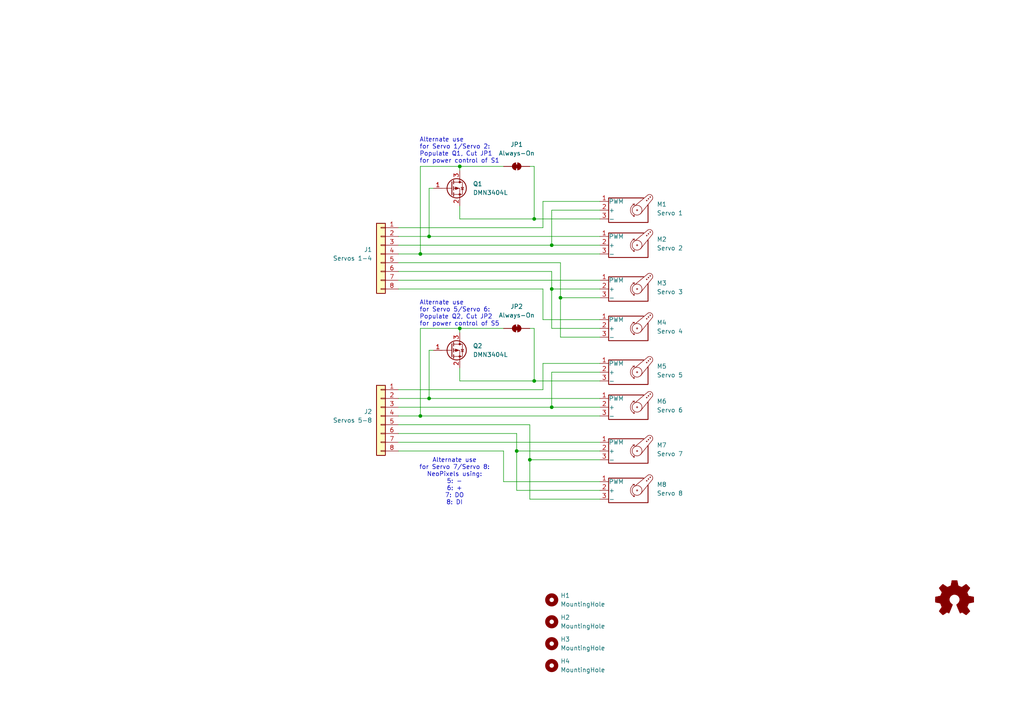
<source format=kicad_sch>
(kicad_sch (version 20250114) (generator "eeschema") (generator_version "9.0")
  (paper "A4")
  (title_block (title "Animatronics - Servo Breakout (ANI-SBO)") (date "2025-12-31") (rev "1.1") (comment 2 "Sparky Bobo Designs") (comment 3 "https://creativecommons.org/licenses/by-sa/4.0/") (comment 4 "Released under the Creative Commons Attribution Share-Alike 4.0 License"))
  (lib_symbols
    (symbol "Connector_Generic:Conn_01x08" (pin_names (offset 1.016) (hide yes))
      (property "Reference" "J" (at 0 10.16 0))
      (property "Value" "Conn_01x08" (at 0 -12.7 0))
      (symbol "Conn_01x08_1_1"
        (rectangle (start -1.27 8.89) (end 1.27 -11.43) (stroke (width 0.254)) (fill (type background)))
        (rectangle (start -1.27 7.747) (end 0 7.493) (stroke (width 0.1524)))
        (rectangle (start -1.27 5.207) (end 0 4.953) (stroke (width 0.1524)))
        (rectangle (start -1.27 2.667) (end 0 2.413) (stroke (width 0.1524)))
        (rectangle (start -1.27 0.127) (end 0 -0.127) (stroke (width 0.1524)))
        (rectangle (start -1.27 -2.413) (end 0 -2.667) (stroke (width 0.1524)))
        (rectangle (start -1.27 -4.953) (end 0 -5.207) (stroke (width 0.1524)))
        (rectangle (start -1.27 -7.493) (end 0 -7.747) (stroke (width 0.1524)))
        (rectangle (start -1.27 -10.033) (end 0 -10.287) (stroke (width 0.1524)))
        (pin passive line (at -5.08 7.62 0) (length 3.81) (name "Pin_1") (number "1"))
        (pin passive line (at -5.08 5.08 0) (length 3.81) (name "Pin_2") (number "2"))
        (pin passive line (at -5.08 2.54 0) (length 3.81) (name "Pin_3") (number "3"))
        (pin passive line (at -5.08 0 0) (length 3.81) (name "Pin_4") (number "4"))
        (pin passive line (at -5.08 -2.54 0) (length 3.81) (name "Pin_5") (number "5"))
        (pin passive line (at -5.08 -5.08 0) (length 3.81) (name "Pin_6") (number "6"))
        (pin passive line (at -5.08 -7.62 0) (length 3.81) (name "Pin_7") (number "7"))
        (pin passive line (at -5.08 -10.16 0) (length 3.81) (name "Pin_8") (number "8"))
      )
    )
    (symbol "Graphic:Logo_Open_Hardware_Small" (in_bom no) (on_board no)
      (symbol "Logo_Open_Hardware_Small_0_1"
        (polyline (pts (xy 3.3528 -4.3434) (xy 3.302 -4.318) (xy 3.175 -4.2418) (xy 2.9972 -4.1148) (xy 2.7686 -3.9624) (xy 2.54 -3.81) (xy 2.3622 -3.7084) (xy 2.2352 -3.6068) (xy 2.1844 -3.5814) (xy 2.159 -3.6068) (xy 2.0574 -3.6576) (xy 1.905 -3.7338) (xy 1.8034 -3.7846) (xy 1.6764 -3.8354) (xy 1.6002 -3.8354) (xy 1.6002 -3.8354) (xy 1.5494 -3.7338) (xy 1.4732 -3.5306) (xy 1.3462 -3.302) (xy 1.2446 -3.0226) (xy 1.1176 -2.7178) (xy 0.9652 -2.413) (xy 0.8636 -2.1082) (xy 0.7366 -1.8288) (xy 0.6604 -1.6256) (xy 0.6096 -1.4732) (xy 0.5842 -1.397) (xy 0.5842 -1.397) (xy 0.6604 -1.3208) (xy 0.7874 -1.2446) (xy 1.0414 -1.016) (xy 1.2954 -0.6858) (xy 1.4478 -0.3302) (xy 1.524 0.0762) (xy 1.4732 0.4572) (xy 1.3208 0.8128) (xy 1.0668 1.143) (xy 0.762 1.3716) (xy 0.4064 1.524) (xy 0 1.5748) (xy -0.381 1.5494) (xy -0.7366 1.397) (xy -1.0668 1.143) (xy -1.2192 0.9906) (xy -1.397 0.6604) (xy -1.524 0.3048) (xy -1.524 0.2286) (xy -1.4986 -0.1778) (xy -1.397 -0.5334) (xy -1.1938 -0.8636) (xy -0.9144 -1.143) (xy -0.8636 -1.1684) (xy -0.7366 -1.27) (xy -0.635 -1.3462) (xy -0.5842 -1.397) (xy -1.0668 -2.5908) (xy -1.143 -2.794) (xy -1.2954 -3.1242) (xy -1.397 -3.4036) (xy -1.4986 -3.6322) (xy -1.5748 -3.7846) (xy -1.6002 -3.8354) (xy -1.6002 -3.8354) (xy -1.651 -3.8354) (xy -1.7272 -3.81) (xy -1.905 -3.7338) (xy -2.0066 -3.683) (xy -2.1336 -3.6068) (xy -2.2098 -3.5814) (xy -2.2606 -3.6068) (xy -2.3622 -3.683) (xy -2.54 -3.81) (xy -2.7686 -3.9624) (xy -2.9718 -4.0894) (xy -3.1496 -4.2164) (xy -3.302 -4.318) (xy -3.3528 -4.3434) (xy -3.3782 -4.3434) (xy -3.429 -4.318) (xy -3.5306 -4.2164) (xy -3.7084 -4.064) (xy -3.937 -3.8354) (xy -3.9624 -3.81) (xy -4.1656 -3.6068) (xy -4.318 -3.4544) (xy -4.4196 -3.3274) (xy -4.445 -3.2766) (xy -4.445 -3.2766) (xy -4.4196 -3.2258) (xy -4.318 -3.0734) (xy -4.2164 -2.8956) (xy -4.064 -2.667) (xy -3.6576 -2.0828) (xy -3.8862 -1.5494) (xy -3.937 -1.3716) (xy -4.0386 -1.1684) (xy -4.0894 -1.0414) (xy -4.1148 -0.9652) (xy -4.191 -0.9398) (xy -4.318 -0.9144) (xy -4.5466 -0.8636) (xy -4.8006 -0.8128) (xy -5.0546 -0.7874) (xy -5.2578 -0.7366) (xy -5.4356 -0.7112) (xy -5.5118 -0.6858) (xy -5.5118 -0.6858) (xy -5.5372 -0.635) (xy -5.5372 -0.5588) (xy -5.5372 -0.4318) (xy -5.5626 -0.2286) (xy -5.5626 0.0762) (xy -5.5626 0.127) (xy -5.5372 0.4064) (xy -5.5372 0.635) (xy -5.5372 0.762) (xy -5.5372 0.8382) (xy -5.5372 0.8382) (xy -5.461 0.8382) (xy -5.3086 0.889) (xy -5.08 0.9144) (xy -4.826 0.9652) (xy -4.8006 0.9906) (xy -4.5466 1.0414) (xy -4.318 1.0668) (xy -4.1656 1.1176) (xy -4.0894 1.143) (xy -4.0894 1.143) (xy -4.0386 1.2446) (xy -3.9624 1.4224) (xy -3.8608 1.6256) (xy -3.7846 1.8288) (xy -3.7084 2.0066) (xy -3.6576 2.159) (xy -3.6322 2.2098) (xy -3.6322 2.2098) (xy -3.683 2.286) (xy -3.7592 2.413) (xy -3.8862 2.5908) (xy -4.064 2.8194) (xy -4.064 2.8448) (xy -4.2164 3.0734) (xy -4.3434 3.2512) (xy -4.4196 3.3782) (xy -4.445 3.4544) (xy -4.445 3.4544) (xy -4.3942 3.5052) (xy -4.2926 3.6322) (xy -4.1148 3.81) (xy -3.937 4.0132) (xy -3.8608 4.064) (xy -3.6576 4.2926) (xy -3.5052 4.4196) (xy -3.4036 4.4958) (xy -3.3528 4.5212) (xy -3.3528 4.5212) (xy -3.302 4.4704) (xy -3.1496 4.3688) (xy -2.9718 4.2418) (xy -2.7432 4.0894) (xy -2.7178 4.0894) (xy -2.4892 3.937) (xy -2.3114 3.81) (xy -2.1844 3.7084) (xy -2.1336 3.683) (xy -2.1082 3.683) (xy -2.032 3.7084) (xy -1.8542 3.7592) (xy -1.6764 3.8354) (xy -1.4732 3.937) (xy -1.27 4.0132) (xy -1.143 4.064) (xy -1.0668 4.1148) (xy -1.0668 4.1148) (xy -1.0414 4.191) (xy -1.016 4.3434) (xy -0.9652 4.572) (xy -0.9144 4.8514) (xy -0.889 4.9022) (xy -0.8382 5.1562) (xy -0.8128 5.3848) (xy -0.7874 5.5372) (xy -0.762 5.588) (xy -0.7112 5.6134) (xy -0.5842 5.6134) (xy -0.4064 5.6134) (xy -0.1524 5.6134) (xy 0.0762 5.6134) (xy 0.3302 5.6134) (xy 0.5334 5.6134) (xy 0.6858 5.588) (xy 0.7366 5.588) (xy 0.7366 5.588) (xy 0.762 5.5118) (xy 0.8128 5.334) (xy 0.8382 5.1054) (xy 0.9144 4.826) (xy 0.9144 4.7752) (xy 0.9652 4.5212) (xy 1.016 4.2926) (xy 1.0414 4.1402) (xy 1.0668 4.0894) (xy 1.0668 4.0894) (xy 1.1938 4.0386) (xy 1.3716 3.9624) (xy 1.5748 3.8608) (xy 2.0828 3.6576) (xy 2.7178 4.0894) (xy 2.7686 4.1402) (xy 2.9972 4.2926) (xy 3.175 4.4196) (xy 3.302 4.4958) (xy 3.3782 4.5212) (xy 3.3782 4.5212) (xy 3.429 4.4704) (xy 3.556 4.3434) (xy 3.7338 4.191) (xy 3.9116 3.9878) (xy 4.064 3.8354) (xy 4.2418 3.6576) (xy 4.3434 3.556) (xy 4.4196 3.4798) (xy 4.4196 3.429) (xy 4.4196 3.4036) (xy 4.3942 3.3274) (xy 4.2926 3.2004) (xy 4.1656 2.9972) (xy 4.0132 2.794) (xy 3.8862 2.5908) (xy 3.7592 2.3876) (xy 3.6576 2.2352) (xy 3.6322 2.159) (xy 3.6322 2.1336) (xy 3.683 2.0066) (xy 3.7592 1.8288) (xy 3.8608 1.6002) (xy 4.064 1.1176) (xy 4.3942 1.0414) (xy 4.5974 1.016) (xy 4.8768 0.9652) (xy 5.1308 0.9144) (xy 5.5372 0.8382) (xy 5.5626 -0.6604) (xy 5.4864 -0.6858) (xy 5.4356 -0.6858) (xy 5.2832 -0.7366) (xy 5.0546 -0.762) (xy 4.8006 -0.8128) (xy 4.5974 -0.8636) (xy 4.3688 -0.9144) (xy 4.2164 -0.9398) (xy 4.1402 -0.9398) (xy 4.1148 -0.9652) (xy 4.064 -1.0668) (xy 3.9878 -1.2446) (xy 3.9116 -1.4478) (xy 3.81 -1.651) (xy 3.7338 -1.8542) (xy 3.683 -2.0066) (xy 3.6576 -2.0828) (xy 3.683 -2.1336) (xy 3.7846 -2.2606) (xy 3.8862 -2.4638) (xy 4.0386 -2.667) (xy 4.191 -2.8956) (xy 4.318 -3.0734) (xy 4.3942 -3.2004) (xy 4.445 -3.2766) (xy 4.4196 -3.3274) (xy 4.3434 -3.429) (xy 4.1656 -3.5814) (xy 3.937 -3.8354) (xy 3.8862 -3.8608) (xy 3.683 -4.064) (xy 3.5306 -4.2164) (xy 3.4036 -4.318) (xy 3.3528 -4.3434)) (fill (type outline)))
      )
    )
    (symbol "Jumper:SolderJumper_2_Bridged" (pin_numbers (hide yes)) (pin_names (offset 0) (hide yes)) (in_bom no)
      (property "Reference" "JP" (at 0 2.032 0))
      (property "Value" "SolderJumper_2_Bridged" (at 0 -2.54 0))
      (symbol "SolderJumper_2_Bridged_0_1"
        (rectangle (start -0.508 0.508) (end 0.508 -0.508) (fill (type outline)))
        (polyline (pts (xy -0.254 1.016) (xy -0.254 -1.016)))
        (arc (start -0.254 -1.016) (mid -1.2656 0) (end -0.254 1.016))
        (arc (start -0.254 -1.016) (mid -1.2656 0) (end -0.254 1.016) (fill (type outline)))
        (arc (start 0.254 1.016) (mid 1.2656 0) (end 0.254 -1.016))
        (arc (start 0.254 1.016) (mid 1.2656 0) (end 0.254 -1.016) (fill (type outline)))
        (polyline (pts (xy 0.254 1.016) (xy 0.254 -1.016)))
      )
      (symbol "SolderJumper_2_Bridged_1_1"
        (pin passive line (at -3.81 0 0) (length 2.54) (name "A") (number "1"))
        (pin passive line (at 3.81 0 180) (length 2.54) (name "B") (number "2"))
      )
    )
    (symbol "Mechanical:MountingHole" (pin_names (offset 1.016)) (in_bom no)
      (property "Reference" "H" (at 0 5.08 0))
      (property "Value" "MountingHole" (at 0 3.175 0))
      (symbol "MountingHole_0_1"
        (circle (center 0 0) (radius 1.27) (stroke (width 1.27)))
      )
    )
    (symbol "Motor:Motor_Servo" (pin_names (offset 0.0254))
      (property "Reference" "M" (at -5.08 4.445 0))
      (property "Value" "Motor_Servo" (at -5.08 -4.064 0))
      (symbol "Motor_Servo_0_1"
        (polyline (pts (xy 2.413 1.778) (xy 1.905 1.778)))
        (polyline (pts (xy 2.413 1.778) (xy 2.286 1.397)))
        (polyline (pts (xy 2.413 -1.778) (xy 2.032 -1.778)))
        (polyline (pts (xy 2.413 -1.778) (xy 2.286 -1.397)))
        (arc (start 2.413 -1.778) (mid 1.2406 0) (end 2.413 1.778))
        (circle (center 3.175 0) (radius 0.1778))
        (circle (center 3.175 0) (radius 1.4224))
        (polyline (pts (xy 5.08 3.556) (xy -5.08 3.556) (xy -5.08 -3.556) (xy 6.35 -3.556) (xy 6.35 1.524)) (stroke (width 0.254)))
        (circle (center 5.969 2.794) (radius 0.127))
        (polyline (pts (xy 6.35 4.445) (xy 2.54 1.27)))
        (circle (center 6.477 3.302) (radius 0.127))
        (arc (start 6.35 4.445) (mid 7.4487 4.2737) (end 7.62 3.175))
        (circle (center 6.985 3.81) (radius 0.127))
        (polyline (pts (xy 7.62 3.175) (xy 4.191 -1.016)))
      )
      (symbol "Motor_Servo_1_1"
        (pin passive line (at -7.62 2.54 0) (length 2.54) (name "PWM") (number "1"))
        (pin passive line (at -7.62 0 0) (length 2.54) (name "+") (number "2"))
        (pin passive line (at -7.62 -2.54 0) (length 2.54) (name "-") (number "3"))
      )
    )
    (symbol "Transistor_FET:Q_PMOS_GSD" (pin_names (offset 0) (hide yes))
      (property "Reference" "Q" (at 5.08 1.905 0))
      (property "Value" "Q_PMOS_GSD" (at 5.08 0 0))
      (symbol "Q_PMOS_GSD_0_1"
        (polyline (pts (xy 0.254 1.905) (xy 0.254 -1.905)) (stroke (width 0.254)))
        (polyline (pts (xy 0.254 0) (xy -2.54 0)))
        (polyline (pts (xy 0.762 2.286) (xy 0.762 1.27)) (stroke (width 0.254)))
        (polyline (pts (xy 0.762 1.778) (xy 3.302 1.778) (xy 3.302 -1.778) (xy 0.762 -1.778)))
        (polyline (pts (xy 0.762 0.508) (xy 0.762 -0.508)) (stroke (width 0.254)))
        (polyline (pts (xy 0.762 -1.27) (xy 0.762 -2.286)) (stroke (width 0.254)))
        (circle (center 1.651 0) (radius 2.794) (stroke (width 0.254)))
        (polyline (pts (xy 2.286 0) (xy 1.27 0.381) (xy 1.27 -0.381) (xy 2.286 0)) (fill (type outline)))
        (polyline (pts (xy 2.54 2.54) (xy 2.54 1.778)))
        (circle (center 2.54 1.778) (radius 0.254) (fill (type outline)))
        (circle (center 2.54 -1.778) (radius 0.254) (fill (type outline)))
        (polyline (pts (xy 2.54 -2.54) (xy 2.54 0) (xy 0.762 0)))
        (polyline (pts (xy 2.921 -0.381) (xy 3.683 -0.381)))
        (polyline (pts (xy 3.302 -0.381) (xy 2.921 0.254) (xy 3.683 0.254) (xy 3.302 -0.381)))
      )
      (symbol "Q_PMOS_GSD_1_1"
        (pin input line (at -5.08 0 0) (length 2.54) (name "G") (number "1"))
        (pin passive line (at 2.54 5.08 270) (length 2.54) (name "D") (number "3"))
        (pin passive line (at 2.54 -5.08 90) (length 2.54) (name "S") (number "2"))
      )
    )
  )
  (text "Alternate use\nfor Servo 7/Servo 8:\nNeoPixels using:\n5: -\n6: +\n7: DO\n8: DI" (at 131.826 139.7 0) (effects (font (size 1.27 1.27))))
  (text "Alternate use\nfor Servo 1/Servo 2:\nPopulate Q1, Cut JP1\nfor power control of S1" (at 121.666 43.688 0) (effects (font (size 1.27 1.27)) (justify left)))
  (text "Alternate use\nfor Servo 5/Servo 6:\nPopulate Q2, Cut JP2\nfor power control of S5" (at 121.666 90.932 0) (effects (font (size 1.27 1.27)) (justify left)))
  (junction (at 121.92 120.65))
  (junction (at 162.56 86.36))
  (junction (at 124.46 68.58))
  (junction (at 149.86 130.81))
  (junction (at 154.94 110.49))
  (junction (at 154.94 63.5))
  (junction (at 153.67 133.35))
  (junction (at 133.35 95.25))
  (junction (at 160.02 71.12))
  (junction (at 124.46 115.57))
  (junction (at 133.35 48.26))
  (junction (at 121.92 73.66))
  (junction (at 160.02 118.11))
  (junction (at 160.02 83.82))
  (wire (pts (xy 133.35 49.53) (xy 133.35 48.26)))
  (wire (pts (xy 173.99 92.71) (xy 157.48 92.71)))
  (wire (pts (xy 157.48 105.41) (xy 157.48 113.03)))
  (wire (pts (xy 149.86 125.73) (xy 149.86 130.81)))
  (wire (pts (xy 115.57 128.27) (xy 173.99 128.27)))
  (wire (pts (xy 154.94 110.49) (xy 173.99 110.49)))
  (wire (pts (xy 124.46 68.58) (xy 173.99 68.58)))
  (wire (pts (xy 115.57 115.57) (xy 124.46 115.57)))
  (wire (pts (xy 160.02 60.96) (xy 160.02 71.12)))
  (wire (pts (xy 115.57 120.65) (xy 121.92 120.65)))
  (wire (pts (xy 162.56 86.36) (xy 162.56 97.79)))
  (wire (pts (xy 124.46 115.57) (xy 173.99 115.57)))
  (wire (pts (xy 154.94 63.5) (xy 173.99 63.5)))
  (wire (pts (xy 133.35 95.25) (xy 146.05 95.25)))
  (wire (pts (xy 162.56 97.79) (xy 173.99 97.79)))
  (wire (pts (xy 115.57 130.81) (xy 146.05 130.81)))
  (wire (pts (xy 115.57 76.2) (xy 162.56 76.2)))
  (wire (pts (xy 160.02 60.96) (xy 173.99 60.96)))
  (wire (pts (xy 160.02 71.12) (xy 173.99 71.12)))
  (wire (pts (xy 157.48 92.71) (xy 157.48 83.82)))
  (wire (pts (xy 149.86 142.24) (xy 173.99 142.24)))
  (wire (pts (xy 173.99 139.7) (xy 146.05 139.7)))
  (wire (pts (xy 121.92 120.65) (xy 173.99 120.65)))
  (wire (pts (xy 133.35 59.69) (xy 133.35 63.5)))
  (wire (pts (xy 160.02 118.11) (xy 173.99 118.11)))
  (wire (pts (xy 115.57 83.82) (xy 157.48 83.82)))
  (wire (pts (xy 115.57 78.74) (xy 160.02 78.74)))
  (wire (pts (xy 115.57 113.03) (xy 157.48 113.03)))
  (wire (pts (xy 149.86 130.81) (xy 149.86 142.24)))
  (wire (pts (xy 133.35 48.26) (xy 146.05 48.26)))
  (wire (pts (xy 124.46 54.61) (xy 124.46 68.58)))
  (wire (pts (xy 121.92 48.26) (xy 121.92 73.66)))
  (wire (pts (xy 157.48 58.42) (xy 157.48 66.04)))
  (wire (pts (xy 133.35 106.68) (xy 133.35 110.49)))
  (wire (pts (xy 115.57 68.58) (xy 124.46 68.58)))
  (wire (pts (xy 173.99 86.36) (xy 162.56 86.36)))
  (wire (pts (xy 157.48 105.41) (xy 173.99 105.41)))
  (wire (pts (xy 153.67 48.26) (xy 154.94 48.26)))
  (wire (pts (xy 133.35 110.49) (xy 154.94 110.49)))
  (wire (pts (xy 154.94 110.49) (xy 154.94 95.25)))
  (wire (pts (xy 133.35 95.25) (xy 121.92 95.25)))
  (wire (pts (xy 160.02 78.74) (xy 160.02 83.82)))
  (wire (pts (xy 153.67 123.19) (xy 153.67 133.35)))
  (wire (pts (xy 115.57 71.12) (xy 160.02 71.12)))
  (wire (pts (xy 133.35 48.26) (xy 121.92 48.26)))
  (wire (pts (xy 121.92 73.66) (xy 173.99 73.66)))
  (wire (pts (xy 115.57 81.28) (xy 173.99 81.28)))
  (wire (pts (xy 115.57 118.11) (xy 160.02 118.11)))
  (wire (pts (xy 153.67 133.35) (xy 153.67 144.78)))
  (wire (pts (xy 115.57 66.04) (xy 157.48 66.04)))
  (wire (pts (xy 133.35 63.5) (xy 154.94 63.5)))
  (wire (pts (xy 115.57 123.19) (xy 153.67 123.19)))
  (wire (pts (xy 160.02 107.95) (xy 173.99 107.95)))
  (wire (pts (xy 115.57 125.73) (xy 149.86 125.73)))
  (wire (pts (xy 115.57 73.66) (xy 121.92 73.66)))
  (wire (pts (xy 173.99 133.35) (xy 153.67 133.35)))
  (wire (pts (xy 153.67 95.25) (xy 154.94 95.25)))
  (wire (pts (xy 157.48 58.42) (xy 173.99 58.42)))
  (wire (pts (xy 162.56 76.2) (xy 162.56 86.36)))
  (wire (pts (xy 160.02 83.82) (xy 160.02 95.25)))
  (wire (pts (xy 160.02 95.25) (xy 173.99 95.25)))
  (wire (pts (xy 149.86 130.81) (xy 173.99 130.81)))
  (wire (pts (xy 124.46 101.6) (xy 124.46 115.57)))
  (wire (pts (xy 153.67 144.78) (xy 173.99 144.78)))
  (wire (pts (xy 154.94 48.26) (xy 154.94 63.5)))
  (wire (pts (xy 125.73 54.61) (xy 124.46 54.61)))
  (wire (pts (xy 133.35 96.52) (xy 133.35 95.25)))
  (wire (pts (xy 160.02 107.95) (xy 160.02 118.11)))
  (wire (pts (xy 146.05 139.7) (xy 146.05 130.81)))
  (wire (pts (xy 121.92 95.25) (xy 121.92 120.65)))
  (wire (pts (xy 125.73 101.6) (xy 124.46 101.6)))
  (wire (pts (xy 160.02 83.82) (xy 173.99 83.82)))
  (symbol (lib_id "Transistor_FET:Q_PMOS_GSD") (at 130.81 101.6 0) (unit 1)
    (property "Reference" "Q2" (at 137.16 100.3299 0) (effects (justify left)))
    (property "Value" "DMN3404L" (at 137.16 102.8699 0) (effects (justify left)))
    (property "Footprint" "Package_TO_SOT_SMD:TSOT-23_HandSoldering" (effects (hide yes)))
    (property "Description" "P-MOSFET transistor, gate/source/drain" (effects (hide yes)))
  )
  (symbol (lib_id "Motor:Motor_Servo") (at 181.61 107.95 0) (unit 1)
    (property "Reference" "M5" (at 190.5 106.2465 0) (effects (justify left)))
    (property "Value" "Servo 5" (at 190.5 108.7865 0) (effects (justify left)))
    (property "Footprint" "Connector_PinHeader_2.54mm:PinHeader_1x03_P2.54mm_Horizontal" (effects (hide yes)))
    (property "Datasheet" "http://forums.parallax.com/uploads/attachments/46831/74481.png" (effects (hide yes)))
    (property "Description" "Servo Motor (Futaba, HiTec, JR connector)" (effects (hide yes)))
  )
  (symbol (lib_id "Jumper:SolderJumper_2_Bridged") (at 149.86 95.25 180) (unit 1) (exclude_from_sim yes) (in_bom no)
    (property "Reference" "JP2" (at 149.86 88.9 0))
    (property "Value" "Always-On" (at 149.86 91.44 0))
    (property "Footprint" "Jumper:SolderJumper-2_P1.3mm_Bridged2Bar_RoundedPad1.0x1.5mm" (effects (hide yes)))
    (property "Description" "Solder Jumper, 2-pole, closed/bridged" (effects (hide yes)))
  )
  (symbol (lib_id "Motor:Motor_Servo") (at 181.61 142.24 0) (unit 1)
    (property "Reference" "M8" (at 190.5 140.5365 0) (effects (justify left)))
    (property "Value" "Servo 8" (at 190.5 143.0765 0) (effects (justify left)))
    (property "Footprint" "Connector_PinHeader_2.54mm:PinHeader_1x03_P2.54mm_Horizontal" (effects (hide yes)))
    (property "Datasheet" "http://forums.parallax.com/uploads/attachments/46831/74481.png" (effects (hide yes)))
    (property "Description" "Servo Motor (Futaba, HiTec, JR connector)" (effects (hide yes)))
  )
  (symbol (lib_id "Graphic:Logo_Open_Hardware_Small") (at 276.86 173.99 0) (unit 1) (exclude_from_sim yes) (in_bom no) (on_board no)
    (property "Reference" "#SYM1" (effects (hide yes)))
    (property "Value" "Logo_Open_Hardware_Small" (effects (hide yes)))
    (property "Description" "Open Hardware logo, small" (effects (hide yes)))
  )
  (symbol (lib_id "Connector_Generic:Conn_01x08") (at 110.49 73.66 0) (mirror y) (unit 1)
    (property "Reference" "J1" (at 107.95 72.3899 0) (effects (justify left)))
    (property "Value" "Servos 1-4" (at 107.95 74.9299 0) (effects (justify left)))
    (property "Footprint" "Connector_Phoenix_MC:PhoenixContact_MCV_1,5_8-G-3.81_1x08_P3.81mm_Vertical" (effects (hide yes)))
    (property "Description" "Generic connector, single row, 01x08, script generated (kicad-library-utils/schlib/autogen/connector/)" (effects (hide yes)))
  )
  (symbol (lib_id "Motor:Motor_Servo") (at 181.61 60.96 0) (unit 1)
    (property "Reference" "M1" (at 190.5 59.2565 0) (effects (justify left)))
    (property "Value" "Servo 1" (at 190.5 61.7965 0) (effects (justify left)))
    (property "Footprint" "Connector_PinHeader_2.54mm:PinHeader_1x03_P2.54mm_Horizontal" (effects (hide yes)))
    (property "Datasheet" "http://forums.parallax.com/uploads/attachments/46831/74481.png" (effects (hide yes)))
    (property "Description" "Servo Motor (Futaba, HiTec, JR connector)" (effects (hide yes)))
  )
  (symbol (lib_id "Connector_Generic:Conn_01x08") (at 110.49 120.65 0) (mirror y) (unit 1)
    (property "Reference" "J2" (at 107.95 119.3799 0) (effects (justify left)))
    (property "Value" "Servos 5-8" (at 107.95 121.9199 0) (effects (justify left)))
    (property "Footprint" "Connector_Phoenix_MC:PhoenixContact_MCV_1,5_8-G-3.81_1x08_P3.81mm_Vertical" (effects (hide yes)))
    (property "Description" "Generic connector, single row, 01x08, script generated (kicad-library-utils/schlib/autogen/connector/)" (effects (hide yes)))
  )
  (symbol (lib_id "Motor:Motor_Servo") (at 181.61 130.81 0) (unit 1)
    (property "Reference" "M7" (at 190.5 129.1065 0) (effects (justify left)))
    (property "Value" "Servo 7" (at 190.5 131.6465 0) (effects (justify left)))
    (property "Footprint" "Connector_PinHeader_2.54mm:PinHeader_1x03_P2.54mm_Horizontal" (effects (hide yes)))
    (property "Datasheet" "http://forums.parallax.com/uploads/attachments/46831/74481.png" (effects (hide yes)))
    (property "Description" "Servo Motor (Futaba, HiTec, JR connector)" (effects (hide yes)))
  )
  (symbol (lib_id "Transistor_FET:Q_PMOS_GSD") (at 130.81 54.61 0) (unit 1)
    (property "Reference" "Q1" (at 137.16 53.3399 0) (effects (justify left)))
    (property "Value" "DMN3404L" (at 137.16 55.8799 0) (effects (justify left)))
    (property "Footprint" "Package_TO_SOT_SMD:TSOT-23_HandSoldering" (effects (hide yes)))
    (property "Description" "P-MOSFET transistor, gate/source/drain" (effects (hide yes)))
  )
  (symbol (lib_id "Mechanical:MountingHole") (at 160.02 173.99 0) (unit 1) (exclude_from_sim yes) (in_bom no)
    (property "Reference" "H1" (at 162.56 172.7199 0) (effects (justify left)))
    (property "Value" "MountingHole" (at 162.56 175.2599 0) (effects (justify left)))
    (property "Footprint" "MountingHole:MountingHole_3.2mm_M3" (effects (hide yes)))
    (property "Description" "Mounting Hole without connection" (effects (hide yes)))
  )
  (symbol (lib_id "Mechanical:MountingHole") (at 160.02 186.69 0) (unit 1) (exclude_from_sim yes) (in_bom no)
    (property "Reference" "H3" (at 162.56 185.4199 0) (effects (justify left)))
    (property "Value" "MountingHole" (at 162.56 187.9599 0) (effects (justify left)))
    (property "Footprint" "MountingHole:MountingHole_3.2mm_M3" (effects (hide yes)))
    (property "Description" "Mounting Hole without connection" (effects (hide yes)))
  )
  (symbol (lib_id "Mechanical:MountingHole") (at 160.02 180.34 0) (unit 1) (exclude_from_sim yes) (in_bom no)
    (property "Reference" "H2" (at 162.56 179.0699 0) (effects (justify left)))
    (property "Value" "MountingHole" (at 162.56 181.6099 0) (effects (justify left)))
    (property "Footprint" "MountingHole:MountingHole_3.2mm_M3" (effects (hide yes)))
    (property "Description" "Mounting Hole without connection" (effects (hide yes)))
  )
  (symbol (lib_id "Motor:Motor_Servo") (at 181.61 71.12 0) (unit 1)
    (property "Reference" "M2" (at 190.5 69.4165 0) (effects (justify left)))
    (property "Value" "Servo 2" (at 190.5 71.9565 0) (effects (justify left)))
    (property "Footprint" "Connector_PinHeader_2.54mm:PinHeader_1x03_P2.54mm_Horizontal" (effects (hide yes)))
    (property "Datasheet" "http://forums.parallax.com/uploads/attachments/46831/74481.png" (effects (hide yes)))
    (property "Description" "Servo Motor (Futaba, HiTec, JR connector)" (effects (hide yes)))
  )
  (symbol (lib_id "Jumper:SolderJumper_2_Bridged") (at 149.86 48.26 180) (unit 1) (exclude_from_sim yes) (in_bom no)
    (property "Reference" "JP1" (at 149.86 41.91 0))
    (property "Value" "Always-On" (at 149.86 44.45 0))
    (property "Footprint" "Jumper:SolderJumper-2_P1.3mm_Bridged2Bar_RoundedPad1.0x1.5mm" (effects (hide yes)))
    (property "Description" "Solder Jumper, 2-pole, closed/bridged" (effects (hide yes)))
  )
  (symbol (lib_id "Motor:Motor_Servo") (at 181.61 95.25 0) (unit 1)
    (property "Reference" "M4" (at 190.5 93.5465 0) (effects (justify left)))
    (property "Value" "Servo 4" (at 190.5 96.0865 0) (effects (justify left)))
    (property "Footprint" "Connector_PinHeader_2.54mm:PinHeader_1x03_P2.54mm_Horizontal" (effects (hide yes)))
    (property "Datasheet" "http://forums.parallax.com/uploads/attachments/46831/74481.png" (effects (hide yes)))
    (property "Description" "Servo Motor (Futaba, HiTec, JR connector)" (effects (hide yes)))
  )
  (symbol (lib_id "Mechanical:MountingHole") (at 160.02 193.04 0) (unit 1) (exclude_from_sim yes) (in_bom no)
    (property "Reference" "H4" (at 162.56 191.7699 0) (effects (justify left)))
    (property "Value" "MountingHole" (at 162.56 194.3099 0) (effects (justify left)))
    (property "Footprint" "MountingHole:MountingHole_3.2mm_M3" (effects (hide yes)))
    (property "Description" "Mounting Hole without connection" (effects (hide yes)))
  )
  (symbol (lib_id "Motor:Motor_Servo") (at 181.61 83.82 0) (unit 1)
    (property "Reference" "M3" (at 190.5 82.1165 0) (effects (justify left)))
    (property "Value" "Servo 3" (at 190.5 84.6565 0) (effects (justify left)))
    (property "Footprint" "Connector_PinHeader_2.54mm:PinHeader_1x03_P2.54mm_Horizontal" (effects (hide yes)))
    (property "Datasheet" "http://forums.parallax.com/uploads/attachments/46831/74481.png" (effects (hide yes)))
    (property "Description" "Servo Motor (Futaba, HiTec, JR connector)" (effects (hide yes)))
  )
  (symbol (lib_id "Motor:Motor_Servo") (at 181.61 118.11 0) (unit 1)
    (property "Reference" "M6" (at 190.5 116.4065 0) (effects (justify left)))
    (property "Value" "Servo 6" (at 190.5 118.9465 0) (effects (justify left)))
    (property "Footprint" "Connector_PinHeader_2.54mm:PinHeader_1x03_P2.54mm_Horizontal" (effects (hide yes)))
    (property "Datasheet" "http://forums.parallax.com/uploads/attachments/46831/74481.png" (effects (hide yes)))
    (property "Description" "Servo Motor (Futaba, HiTec, JR connector)" (effects (hide yes)))
  )
)
</source>
